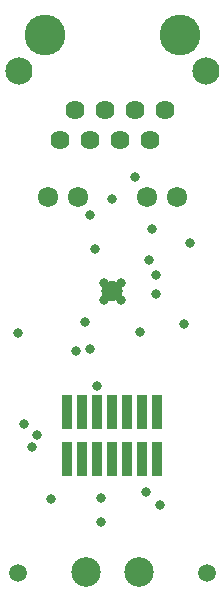
<source format=gbr>
%FSTAX23Y23*%
%MOIN*%
%SFA1B1*%

%IPPOS*%
%ADD49C,0.070992*%
%ADD50C,0.031622*%
%ADD51C,0.059181*%
%ADD52C,0.098551*%
%ADD53C,0.067842*%
%ADD54C,0.063905*%
%ADD55C,0.090677*%
%ADD56C,0.135952*%
%ADD57C,0.031622*%
%ADD58R,0.033590X0.117055*%
%LNwol_pcb_soldermask_bot-1*%
%LPD*%
G54D49*
X00393Y01023D03*
G54D50*
X00421Y00996D03*
Y01051D03*
X00366D03*
Y00996D03*
G54D51*
X00708Y00086D03*
X00078D03*
G54D52*
X00482Y00088D03*
X00305D03*
G54D53*
X00608Y01338D03*
X00508D03*
X00278D03*
X00178D03*
G54D54*
X00218Y01528D03*
X00268Y01628D03*
X00318Y01528D03*
X00368Y01628D03*
X00418Y01528D03*
X00468Y01628D03*
X00518Y01528D03*
X00568Y01628D03*
G54D55*
X00704Y01758D03*
X00082D03*
G54D56*
X00168Y01878D03*
X00618D03*
G54D57*
X00303Y00921D03*
X00078Y00885D03*
X00342Y00708D03*
X00507Y00354D03*
X00551Y00311D03*
X00098Y00582D03*
X00125Y00503D03*
X00653Y01185D03*
X00141Y00543D03*
X00633Y00913D03*
X00271Y00826D03*
X00484Y00889D03*
X00515Y01129D03*
X00539Y01078D03*
X00318Y0083D03*
Y01279D03*
X00393Y0133D03*
X00527Y01232D03*
X00468Y01405D03*
X00334Y01165D03*
X00188Y0033D03*
X00539Y01013D03*
X00354Y00334D03*
Y00255D03*
G54D58*
X00343Y00622D03*
X00393D03*
X00543D03*
X00443D03*
X00493D03*
X00343Y00463D03*
X00393D03*
X00543D03*
X00443D03*
X00493D03*
X00293Y00622D03*
Y00463D03*
X00243Y00622D03*
Y00463D03*
M02*
</source>
